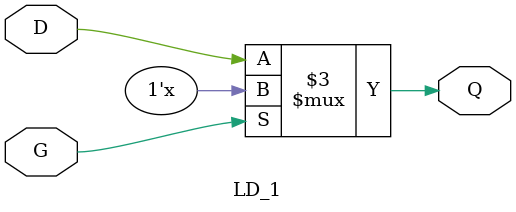
<source format=v>

/*

FUNCTION    : D-LATCH

*/

`celldefine
`timescale  100 ps / 10 ps

module LD_1 (Q, D, G);

    parameter INIT = 1'b0;

    output Q;
    reg    Q;

    input  D, G;

    always @( D or G)
        if (!G)
        Q <= D;

endmodule

</source>
